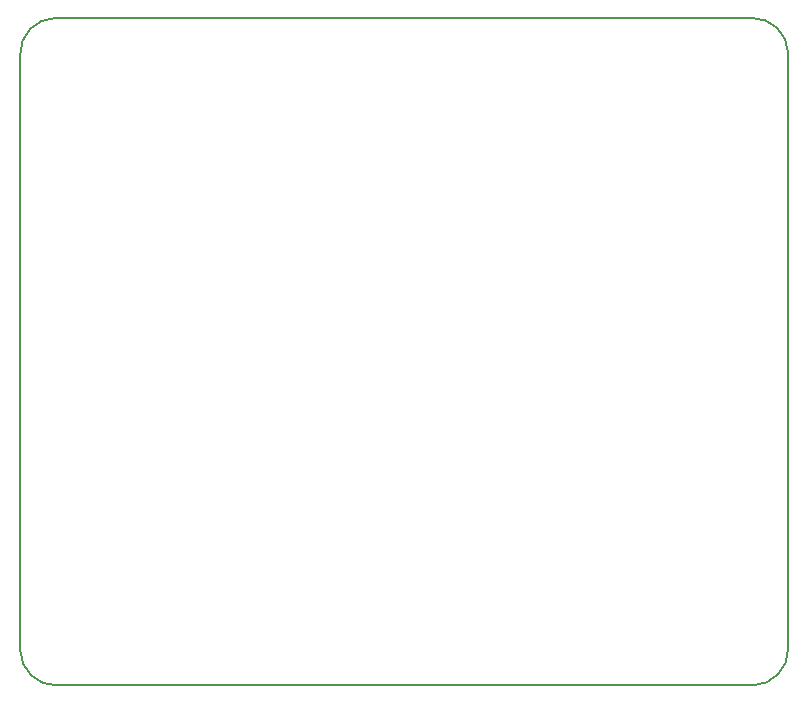
<source format=gbr>
G04 #@! TF.FileFunction,Profile,NP*
%FSLAX46Y46*%
G04 Gerber Fmt 4.6, Leading zero omitted, Abs format (unit mm)*
G04 Created by KiCad (PCBNEW 4.0.7) date 03/28/18 09:23:34*
%MOMM*%
%LPD*%
G01*
G04 APERTURE LIST*
%ADD10C,0.100000*%
%ADD11C,0.150000*%
G04 APERTURE END LIST*
D10*
D11*
X134138968Y-115331762D02*
G75*
G03X137250468Y-118316262I3048000J63500D01*
G01*
X199162968Y-64785762D02*
G75*
G03X196051468Y-61801262I-3048000J-63500D01*
G01*
X196178468Y-118316262D02*
G75*
G03X199162968Y-115204762I-63500J3048000D01*
G01*
X137123468Y-61801262D02*
G75*
G03X134138968Y-64912762I63500J-3048000D01*
G01*
X134138968Y-64912762D02*
X134138968Y-115331762D01*
X196051468Y-61801262D02*
X137123468Y-61801262D01*
X199162968Y-115204762D02*
X199162968Y-64785762D01*
X137250468Y-118316262D02*
X196178468Y-118316262D01*
M02*

</source>
